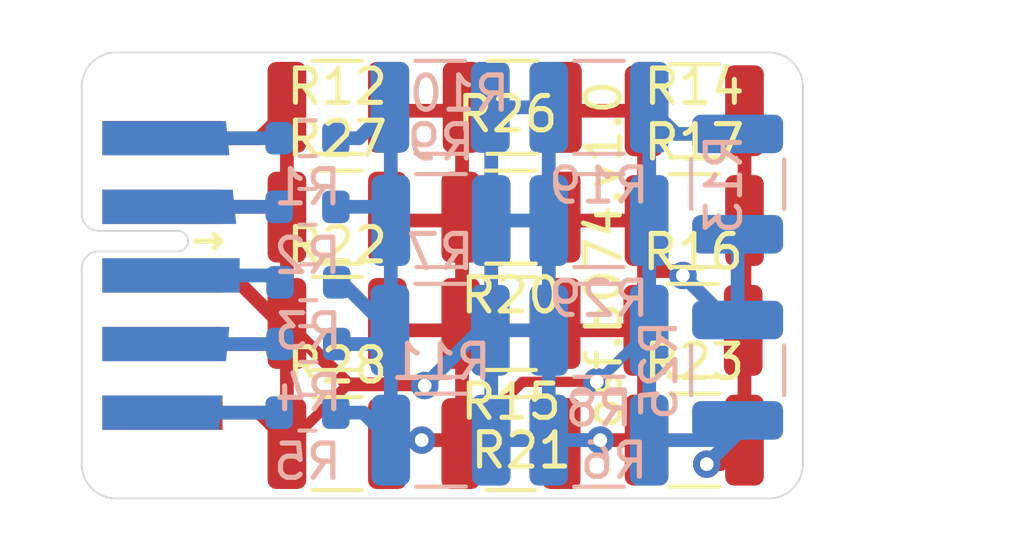
<source format=kicad_pcb>
(kicad_pcb (version 20211014) (generator pcbnew)
  (layers (0 "F.Cu" signal) (31 "B.Cu" signal) (34 "B.Paste" user) (35 "F.Paste" user) (36 "B.SilkS" user "B.Silkscreen") (37 "F.SilkS" user "F.Silkscreen") (38 "B.Mask" user) (39 "F.Mask" user) (44 "Edge.Cuts" user))
  (net 0 "")
  (net 1 "Net-(R1-Pad2)")
  (net 2 "GND")
  (net 3 "Net-(J1-Pad10)")
  (net 4 "Net-(J1-Pad6)")
  (net 5 "Net-(J1-Pad8)")
  (net 6 "Net-(J1-Pad9)")
  (net 7 "Net-(J1-Pad7)")
  (footprint "Resistor_SMD:R_1210_3225Metric" (layer "F.Cu") (at 158.3375 94.2)
    (fp_text reference "R14" (at 0 -0.7) (layer "F.SilkS"))
    (fp_text value "d.n.p")
    (fp_line (start -0.723737 1.355) (end 0.723737 1.355) (layer "F.SilkS") (width 0.12))
    (fp_line (start -0.723737 -1.355) (end 0.723737 -1.355) (layer "F.SilkS") (width 0.12))
    (pad "1" smd roundrect (at -1.4625 0) (size 1.125 2.65) (layers "F.Cu" "F.Paste" "F.Mask") (roundrect_rratio 0.222222) (net 2 "GND"))
    (pad "2" smd roundrect (at 1.4625 0) (size 1.125 2.65) (layers "F.Cu" "F.Paste" "F.Mask") (roundrect_rratio 0.222222) (net 1 "Net-(R1-Pad2)"))
  )
  (footprint "Resistor_SMD:R_1210_3225Metric" (layer "F.Cu") (at 147.9375 97.3)
    (fp_text reference "R27" (at 0 -2.28) (layer "F.SilkS"))
    (fp_text value "d.n.p")
    (fp_line (start -0.723737 -1.355) (end 0.723737 -1.355) (layer "F.SilkS") (width 0.12))
    (fp_line (start -0.723737 1.355) (end 0.723737 1.355) (layer "F.SilkS") (width 0.12))
    (pad "1" smd roundrect (at -1.4625 0) (size 1.125 2.65) (layers "F.Cu" "F.Paste" "F.Mask") (roundrect_rratio 0.222222) (net 2 "GND"))
    (pad "2" smd roundrect (at 1.4625 0) (size 1.125 2.65) (layers "F.Cu" "F.Paste" "F.Mask") (roundrect_rratio 0.222222) (net 1 "Net-(R1-Pad2)"))
  )
  (footprint "on_edge:on_edge_2x05_device" (layer "F.Cu") (at 140.5 99 -90)
    (fp_text reference "J1")
    (fp_text value "003_power")
    (fp_line (start -1 -4.05) (end -0.8 -3.85) (layer "F.SilkS") (width 0.153))
    (fp_line (start -1.2 -3.85) (end -1 -4.05) (layer "F.SilkS") (width 0.153))
    (fp_line (start -1 -4.05) (end -1 -3.323) (layer "F.SilkS") (width 0.153))
    (fp_line (start -1.3 -2.8) (end -1.3 -0.5) (layer "Edge.Cuts") (width 0.05))
    (fp_line (start -4 0) (end -1.8 0) (layer "Edge.Cuts") (width 0.05))
    (fp_line (start -0.2 0) (end 4 0) (layer "Edge.Cuts") (width 0.05))
    (fp_line (start -0.7 -0.5) (end -0.7 -2.8) (layer "Edge.Cuts") (width 0.05))
    (fp_arc (start -0.2 0) (mid -0.553553 -0.146447) (end -0.7 -0.5) (layer "Edge.Cuts") (width 0.05))
    (fp_arc (start -1.3 -0.5) (mid -1.446447 -0.146447) (end -1.8 0) (layer "Edge.Cuts") (width 0.05))
    (fp_arc (start -1.3 -2.8) (mid -1 -3.1) (end -0.7 -2.8) (layer "Edge.Cuts") (width 0.05))
    (pad "1" smd rect (at -4 -2.35 90) (size 1 3.5) (layers "F.Cu" "F.Mask") (net 2 "GND"))
    (pad "2" smd rect (at -2 -2.35 270) (size 1 3.5) (layers "F.Cu" "F.Mask") (net 2 "GND"))
    (pad "3" smd rect (at 0 -2.35 270) (size 1 3.5) (layers "F.Cu" "F.Mask") (net 2 "GND"))
    (pad "4" smd rect (at 2 -2.35 90) (size 1 3.5) (layers "F.Cu" "F.Mask") (net 2 "GND"))
    (pad "5" smd rect (at 4 -2.35 90) (size 1 3.5) (layers "F.Cu" "F.Mask") (net 2 "GND"))
    (pad "6" smd custom (at -4 -2.4 270) (size 1 3.6) (layers "B.Cu" "B.Mask") (net 4 "Net-(J1-Pad6)") (options (clearance outline) (anchor rect)) (primitives (gr_poly (pts (xy 0.5 -1.8) (xy 0.5 -1.9) (xy -0.5 -1.8)) (width 0) (fill yes))))
    (pad "7" smd custom (at -2 -2.1 270) (size 1 3) (layers "B.Cu" "B.Mask") (net 7 "Net-(J1-Pad7)") (options (clearance outline) (anchor rect)) (primitives (gr_poly (pts (xy 0.3 -0.51) (xy 0.31 -0.62) (xy 0.33 -0.7) (xy 0.35 -0.76) (xy 0.37 -0.81) (xy 0.4 -0.86) (xy 0.44 -0.92) (xy 0.48 -0.97) (xy 0.5 -0.99) (xy 0.5 -2.4) (xy -0.5 -2.3) (xy -0.5 1.5) (xy 0.3 1.5)) (width 0) (fill yes))))
    (pad "8" smd rect (at 0 -2.6 270) (size 1 4) (layers "B.Cu" "B.Mask") (net 5 "Net-(J1-Pad8)"))
    (pad "9" smd custom (at 2 -2.4 270) (size 1 3.6) (layers "B.Cu" "B.Mask") (net 6 "Net-(J1-Pad9)") (options (clearance outline) (anchor rect)) (primitives (gr_poly (pts (xy -0.5 -1.8) (xy -0.5 -1.9) (xy 0.5 -1.8)) (width 0) (fill yes))))
    (pad "10" smd custom (at 4 -2.3 270) (size 1 3.4) (layers "B.Cu" "B.Mask") (net 3 "Net-(J1-Pad10)") (options (clearance outline) (anchor rect)) (primitives (gr_poly (pts (xy -0.5 -1.7) (xy -0.5 -1.8) (xy 0.5 -1.7)) (width 0) (fill yes))))
  )
  (footprint "Resistor_SMD:R_1210_3225Metric" (layer "F.Cu") (at 158.3 100.6)
    (fp_text reference "R16" (at 0 -2.28) (layer "F.SilkS"))
    (fp_text value "d.n.p")
    (fp_line (start -0.723737 1.355) (end 0.723737 1.355) (layer "F.SilkS") (width 0.12))
    (fp_line (start -0.723737 -1.355) (end 0.723737 -1.355) (layer "F.SilkS") (width 0.12))
    (pad "1" smd roundrect (at -1.4625 0) (size 1.125 2.65) (layers "F.Cu" "F.Paste" "F.Mask") (roundrect_rratio 0.222222) (net 2 "GND"))
    (pad "2" smd roundrect (at 1.4625 0) (size 1.125 2.65) (layers "F.Cu" "F.Paste" "F.Mask") (roundrect_rratio 0.222222) (net 1 "Net-(R1-Pad2)"))
  )
  (footprint "Resistor_SMD:R_1210_3225Metric" (layer "F.Cu") (at 153.0375 94.1 180)
    (fp_text reference "R26" (at 0.1375 -0.2) (layer "F.SilkS"))
    (fp_text value "d.n.p")
    (fp_line (start -0.723737 -1.355) (end 0.723737 -1.355) (layer "F.SilkS") (width 0.12))
    (fp_line (start -0.723737 1.355) (end 0.723737 1.355) (layer "F.SilkS") (width 0.12))
    (pad "1" smd roundrect (at -1.4625 0 180) (size 1.125 2.65) (layers "F.Cu" "F.Paste" "F.Mask") (roundrect_rratio 0.222222) (net 2 "GND"))
    (pad "2" smd roundrect (at 1.4625 0 180) (size 1.125 2.65) (layers "F.Cu" "F.Paste" "F.Mask") (roundrect_rratio 0.222222) (net 1 "Net-(R1-Pad2)"))
  )
  (footprint "Resistor_SMD:R_1210_3225Metric" (layer "F.Cu") (at 153 97.3 180)
    (fp_text reference "R20" (at 0 -2.28) (layer "F.SilkS"))
    (fp_text value "d.n.p")
    (fp_line (start -0.723737 1.355) (end 0.723737 1.355) (layer "F.SilkS") (width 0.12))
    (fp_line (start -0.723737 -1.355) (end 0.723737 -1.355) (layer "F.SilkS") (width 0.12))
    (pad "1" smd roundrect (at -1.4625 0 180) (size 1.125 2.65) (layers "F.Cu" "F.Paste" "F.Mask") (roundrect_rratio 0.222222) (net 2 "GND"))
    (pad "2" smd roundrect (at 1.4625 0 180) (size 1.125 2.65) (layers "F.Cu" "F.Paste" "F.Mask") (roundrect_rratio 0.222222) (net 1 "Net-(R1-Pad2)"))
  )
  (footprint "Resistor_SMD:R_1210_3225Metric" (layer "F.Cu") (at 147.9375 94.1)
    (fp_text reference "R12" (at 0 -0.6) (layer "F.SilkS"))
    (fp_text value "d.n.p")
    (fp_line (start -0.723737 -1.355) (end 0.723737 -1.355) (layer "F.SilkS") (width 0.12))
    (fp_line (start -0.723737 1.355) (end 0.723737 1.355) (layer "F.SilkS") (width 0.12))
    (pad "1" smd roundrect (at -1.4625 0) (size 1.125 2.65) (layers "F.Cu" "F.Paste" "F.Mask") (roundrect_rratio 0.222222) (net 2 "GND"))
    (pad "2" smd roundrect (at 1.4625 0) (size 1.125 2.65) (layers "F.Cu" "F.Paste" "F.Mask") (roundrect_rratio 0.222222) (net 1 "Net-(R1-Pad2)"))
  )
  (footprint "Resistor_SMD:R_1210_3225Metric" (layer "F.Cu") (at 153 100.4 180)
    (fp_text reference "R15" (at 0 -2.28) (layer "F.SilkS"))
    (fp_text value "d.n.p")
    (fp_line (start -0.723737 -1.355) (end 0.723737 -1.355) (layer "F.SilkS") (width 0.12))
    (fp_line (start -0.723737 1.355) (end 0.723737 1.355) (layer "F.SilkS") (width 0.12))
    (pad "1" smd roundrect (at -1.4625 0 180) (size 1.125 2.65) (layers "F.Cu" "F.Paste" "F.Mask") (roundrect_rratio 0.222222) (net 2 "GND"))
    (pad "2" smd roundrect (at 1.4625 0 180) (size 1.125 2.65) (layers "F.Cu" "F.Paste" "F.Mask") (roundrect_rratio 0.222222) (net 1 "Net-(R1-Pad2)"))
  )
  (footprint "Resistor_SMD:R_1210_3225Metric" (layer "F.Cu") (at 158.3375 103.8)
    (fp_text reference "R23" (at 0 -2.28) (layer "F.SilkS"))
    (fp_text value "d.n.p")
    (fp_line (start -0.723737 1.355) (end 0.723737 1.355) (layer "F.SilkS") (width 0.12))
    (fp_line (start -0.723737 -1.355) (end 0.723737 -1.355) (layer "F.SilkS") (width 0.12))
    (pad "1" smd roundrect (at -1.4625 0) (size 1.125 2.65) (layers "F.Cu" "F.Paste" "F.Mask") (roundrect_rratio 0.222222) (net 2 "GND"))
    (pad "2" smd roundrect (at 1.4625 0) (size 1.125 2.65) (layers "F.Cu" "F.Paste" "F.Mask") (roundrect_rratio 0.222222) (net 1 "Net-(R1-Pad2)"))
  )
  (footprint "Resistor_SMD:R_1210_3225Metric" (layer "F.Cu") (at 147.9375 103.9)
    (fp_text reference "R28" (at 0 -2.28) (layer "F.SilkS"))
    (fp_text value "d.n.p")
    (fp_line (start -0.723737 1.355) (end 0.723737 1.355) (layer "F.SilkS") (width 0.12))
    (fp_line (start -0.723737 -1.355) (end 0.723737 -1.355) (layer "F.SilkS") (width 0.12))
    (pad "1" smd roundrect (at -1.4625 0) (size 1.125 2.65) (layers "F.Cu" "F.Paste" "F.Mask") (roundrect_rratio 0.222222) (net 2 "GND"))
    (pad "2" smd roundrect (at 1.4625 0) (size 1.125 2.65) (layers "F.Cu" "F.Paste" "F.Mask") (roundrect_rratio 0.222222) (net 1 "Net-(R1-Pad2)"))
  )
  (footprint "Resistor_SMD:R_1210_3225Metric" (layer "F.Cu") (at 147.9375 100.4)
    (fp_text reference "R22" (at 0 -2.28) (layer "F.SilkS"))
    (fp_text value "d.n.p")
    (fp_line (start -0.723737 1.355) (end 0.723737 1.355) (layer "F.SilkS") (width 0.12))
    (fp_line (start -0.723737 -1.355) (end 0.723737 -1.355) (layer "F.SilkS") (width 0.12))
    (pad "1" smd roundrect (at -1.4625 0) (size 1.125 2.65) (layers "F.Cu" "F.Paste" "F.Mask") (roundrect_rratio 0.222222) (net 2 "GND"))
    (pad "2" smd roundrect (at 1.4625 0) (size 1.125 2.65) (layers "F.Cu" "F.Paste" "F.Mask") (roundrect_rratio 0.222222) (net 1 "Net-(R1-Pad2)"))
  )
  (footprint "Resistor_SMD:R_1210_3225Metric" (layer "F.Cu") (at 158.3375 97.4)
    (fp_text reference "R17" (at 0 -2.28) (layer "F.SilkS"))
    (fp_text value "d.n.p")
    (fp_line (start -0.723737 1.355) (end 0.723737 1.355) (layer "F.SilkS") (width 0.12))
    (fp_line (start -0.723737 -1.355) (end 0.723737 -1.355) (layer "F.SilkS") (width 0.12))
    (pad "1" smd roundrect (at -1.4625 0) (size 1.125 2.65) (layers "F.Cu" "F.Paste" "F.Mask") (roundrect_rratio 0.222222) (net 2 "GND"))
    (pad "2" smd roundrect (at 1.4625 0) (size 1.125 2.65) (layers "F.Cu" "F.Paste" "F.Mask") (roundrect_rratio 0.222222) (net 1 "Net-(R1-Pad2)"))
  )
  (footprint "Resistor_SMD:R_1210_3225Metric" (layer "F.Cu") (at 153 103.9 180)
    (fp_text reference "R21" (at -0.3 -0.2) (layer "F.SilkS"))
    (fp_text value "d.n.p")
    (fp_line (start -0.723737 1.355) (end 0.723737 1.355) (layer "F.SilkS") (width 0.12))
    (fp_line (start -0.723737 -1.355) (end 0.723737 -1.355) (layer "F.SilkS") (width 0.12))
    (pad "1" smd roundrect (at -1.4625 0 180) (size 1.125 2.65) (layers "F.Cu" "F.Paste" "F.Mask") (roundrect_rratio 0.222222) (net 2 "GND"))
    (pad "2" smd roundrect (at 1.4625 0 180) (size 1.125 2.65) (layers "F.Cu" "F.Paste" "F.Mask") (roundrect_rratio 0.222222) (net 1 "Net-(R1-Pad2)"))
  )
  (footprint "Resistor_SMD:R_0603_1608Metric" (layer "B.Cu") (at 147.075 97)
    (fp_text reference "R2" (at 0 1.43) (layer "B.SilkS") (effects (justify mirror)))
    (fp_text value "d.n.p")
    (fp_line (start -0.237258 -0.5225) (end 0.237258 -0.5225) (layer "B.SilkS") (width 0.12))
    (fp_line (start -0.237258 0.5225) (end 0.237258 0.5225) (layer "B.SilkS") (width 0.12))
    (pad "1" smd roundrect (at -0.825 0) (size 0.8 0.95) (layers "B.Cu" "B.Paste" "B.Mask") (net 7 "Net-(J1-Pad7)"))
    (pad "2" smd roundrect (at 0.825 0) (size 0.8 0.95) (layers "B.Cu" "B.Paste" "B.Mask") (net 1 "Net-(R1-Pad2)"))
  )
  (footprint "Resistor_SMD:R_0603_1608Metric" (layer "B.Cu") (at 147.075 103)
    (fp_text reference "R5" (at 0 1.43) (layer "B.SilkS") (effects (justify mirror)))
    (fp_text value "d.n.p")
    (fp_line (start -0.237258 0.5225) (end 0.237258 0.5225) (layer "B.SilkS") (width 0.12))
    (fp_line (start -0.237258 -0.5225) (end 0.237258 -0.5225) (layer "B.SilkS") (width 0.12))
    (pad "1" smd roundrect (at -0.825 0) (size 0.8 0.95) (layers "B.Cu" "B.Paste" "B.Mask") (net 3 "Net-(J1-Pad10)"))
    (pad "2" smd roundrect (at 0.825 0) (size 0.8 0.95) (layers "B.Cu" "B.Paste" "B.Mask") (net 1 "Net-(R1-Pad2)"))
  )
  (footprint "Resistor_SMD:R_1210_3225Metric" (layer "B.Cu") (at 155.5625 94.1)
    (fp_text reference "R19" (at 0 2.28) (layer "B.SilkS") (effects (justify mirror)))
    (fp_text value "d.n.p")
    (fp_line (start -0.723737 -1.355) (end 0.723737 -1.355) (layer "B.SilkS") (width 0.12))
    (fp_line (start -0.723737 1.355) (end 0.723737 1.355) (layer "B.SilkS") (width 0.12))
    (pad "1" smd roundrect (at -1.4625 0) (size 1.125 2.65) (layers "B.Cu" "B.Paste" "B.Mask") (roundrect_rratio 0.222222) (net 2 "GND"))
    (pad "2" smd roundrect (at 1.4625 0) (size 1.125 2.65) (layers "B.Cu" "B.Paste" "B.Mask") (roundrect_rratio 0.222222) (net 1 "Net-(R1-Pad2)"))
  )
  (footprint "Resistor_SMD:R_1210_3225Metric" (layer "B.Cu") (at 155.5625 100.6)
    (fp_text reference "R8" (at 0 2.28) (layer "B.SilkS") (effects (justify mirror)))
    (fp_text value "d.n.p")
    (fp_line (start -0.723737 1.355) (end 0.723737 1.355) (layer "B.SilkS") (width 0.12))
    (fp_line (start -0.723737 -1.355) (end 0.723737 -1.355) (layer "B.SilkS") (width 0.12))
    (pad "1" smd roundrect (at -1.4625 0) (size 1.125 2.65) (layers "B.Cu" "B.Paste" "B.Mask") (roundrect_rratio 0.222222) (net 2 "GND"))
    (pad "2" smd roundrect (at 1.4625 0) (size 1.125 2.65) (layers "B.Cu" "B.Paste" "B.Mask") (roundrect_rratio 0.222222) (net 1 "Net-(R1-Pad2)"))
  )
  (footprint "Resistor_SMD:R_0603_1608Metric" (layer "B.Cu") (at 147.075 95)
    (fp_text reference "R1" (at 0 1.43) (layer "B.SilkS") (effects (justify mirror)))
    (fp_text value "d.n.p")
    (fp_line (start -0.237258 0.5225) (end 0.237258 0.5225) (layer "B.SilkS") (width 0.12))
    (fp_line (start -0.237258 -0.5225) (end 0.237258 -0.5225) (layer "B.SilkS") (width 0.12))
    (pad "1" smd roundrect (at -0.825 0) (size 0.8 0.95) (layers "B.Cu" "B.Paste" "B.Mask") (net 4 "Net-(J1-Pad6)"))
    (pad "2" smd roundrect (at 0.825 0) (size 0.8 0.95) (layers "B.Cu" "B.Paste" "B.Mask") (net 1 "Net-(R1-Pad2)"))
  )
  (footprint "Resistor_SMD:R_1210_3225Metric" (layer "B.Cu") (at 150.9375 94.1 180)
    (fp_text reference "R10" (at -0.5625 0.4) (layer "B.SilkS") (effects (justify mirror)))
    (fp_text value "d.n.p")
    (fp_line (start -0.723737 -1.355) (end 0.723737 -1.355) (layer "B.SilkS") (width 0.12))
    (fp_line (start -0.723737 1.355) (end 0.723737 1.355) (layer "B.SilkS") (width 0.12))
    (pad "1" smd roundrect (at -1.4625 0 180) (size 1.125 2.65) (layers "B.Cu" "B.Paste" "B.Mask") (roundrect_rratio 0.222222) (net 2 "GND"))
    (pad "2" smd roundrect (at 1.4625 0 180) (size 1.125 2.65) (layers "B.Cu" "B.Paste" "B.Mask") (roundrect_rratio 0.222222) (net 1 "Net-(R1-Pad2)"))
  )
  (footprint "Resistor_SMD:R_1210_3225Metric" (layer "B.Cu") (at 150.9375 100.6 180)
    (fp_text reference "R7" (at 0 2.28) (layer "B.SilkS") (effects (justify mirror)))
    (fp_text value "d.n.p")
    (fp_line (start -0.723737 -1.355) (end 0.723737 -1.355) (layer "B.SilkS") (width 0.12))
    (fp_line (start -0.723737 1.355) (end 0.723737 1.355) (layer "B.SilkS") (width 0.12))
    (pad "1" smd roundrect (at -1.4625 0 180) (size 1.125 2.65) (layers "B.Cu" "B.Paste" "B.Mask") (roundrect_rratio 0.222222) (net 2 "GND"))
    (pad "2" smd roundrect (at 1.4625 0 180) (size 1.125 2.65) (layers "B.Cu" "B.Paste" "B.Mask") (roundrect_rratio 0.222222) (net 1 "Net-(R1-Pad2)"))
  )
  (footprint "Resistor_SMD:R_1210_3225Metric" (layer "B.Cu") (at 155.5625 103.8)
    (fp_text reference "R6" (at 0.4375 0.6) (layer "B.SilkS") (effects (justify mirror)))
    (fp_text value "d.n.p")
    (fp_line (start -0.723737 -1.355) (end 0.723737 -1.355) (layer "B.SilkS") (width 0.12))
    (fp_line (start -0.723737 1.355) (end 0.723737 1.355) (layer "B.SilkS") (width 0.12))
    (pad "1" smd roundrect (at -1.4625 0) (size 1.125 2.65) (layers "B.Cu" "B.Paste" "B.Mask") (roundrect_rratio 0.222222) (net 2 "GND"))
    (pad "2" smd roundrect (at 1.4625 0) (size 1.125 2.65) (layers "B.Cu" "B.Paste" "B.Mask") (roundrect_rratio 0.222222) (net 1 "Net-(R1-Pad2)"))
  )
  (footprint "Resistor_SMD:R_1210_3225Metric" (layer "B.Cu") (at 155.5625 97.4)
    (fp_text reference "R29" (at 0 2.28) (layer "B.SilkS") (effects (justify mirror)))
    (fp_text value "d.n.p")
    (fp_line (start -0.723737 -1.355) (end 0.723737 -1.355) (layer "B.SilkS") (width 0.12))
    (fp_line (start -0.723737 1.355) (end 0.723737 1.355) (layer "B.SilkS") (width 0.12))
    (pad "1" smd roundrect (at -1.4625 0) (size 1.125 2.65) (layers "B.Cu" "B.Paste" "B.Mask") (roundrect_rratio 0.222222) (net 2 "GND"))
    (pad "2" smd roundrect (at 1.4625 0) (size 1.125 2.65) (layers "B.Cu" "B.Paste" "B.Mask") (roundrect_rratio 0.222222) (net 1 "Net-(R1-Pad2)"))
  )
  (footprint "Resistor_SMD:R_1210_3225Metric" (layer "B.Cu") (at 159.6 101.7625 -90)
    (fp_text reference "R25" (at 0 2.28 90) (layer "B.SilkS") (effects (justify mirror)))
    (fp_text value "d.n.p")
    (fp_line (start -0.723737 -1.355) (end 0.723737 -1.355) (layer "B.SilkS") (width 0.12))
    (fp_line (start -0.723737 1.355) (end 0.723737 1.355) (layer "B.SilkS") (width 0.12))
    (pad "1" smd roundrect (at -1.4625 0 270) (size 1.125 2.65) (layers "B.Cu" "B.Paste" "B.Mask") (roundrect_rratio 0.222222) (net 2 "GND"))
    (pad "2" smd roundrect (at 1.4625 0 270) (size 1.125 2.65) (layers "B.Cu" "B.Paste" "B.Mask") (roundrect_rratio 0.222222) (net 1 "Net-(R1-Pad2)"))
  )
  (footprint "Resistor_SMD:R_1210_3225Metric" (layer "B.Cu") (at 159.6 96.3375 90)
    (fp_text reference "R13" (at 0 -0.4 90) (layer "B.SilkS") (effects (justify mirror)))
    (fp_text value "d.n.p")
    (fp_line (start -0.723737 1.355) (end 0.723737 1.355) (layer "B.SilkS") (width 0.12))
    (fp_line (start -0.723737 -1.355) (end 0.723737 -1.355) (layer "B.SilkS") (width 0.12))
    (pad "1" smd roundrect (at -1.4625 0 90) (size 1.125 2.65) (layers "B.Cu" "B.Paste" "B.Mask") (roundrect_rratio 0.222222) (net 2 "GND"))
    (pad "2" smd roundrect (at 1.4625 0 90) (size 1.125 2.65) (layers "B.Cu" "B.Paste" "B.Mask") (roundrect_rratio 0.222222) (net 1 "Net-(R1-Pad2)"))
  )
  (footprint "Resistor_SMD:R_1210_3225Metric" (layer "B.Cu") (at 150.9625 103.8 180)
    (fp_text reference "R11" (at 0 2.28) (layer "B.SilkS") (effects (justify mirror)))
    (fp_text value "d.n.p")
    (fp_line (start -0.723737 -1.355) (end 0.723737 -1.355) (layer "B.SilkS") (width 0.12))
    (fp_line (start -0.723737 1.355) (end 0.723737 1.355) (layer "B.SilkS") (width 0.12))
    (pad "1" smd roundrect (at -1.4625 0 180) (size 1.125 2.65) (layers "B.Cu" "B.Paste" "B.Mask") (roundrect_rratio 0.222222) (net 2 "GND"))
    (pad "2" smd roundrect (at 1.4625 0 180) (size 1.125 2.65) (layers "B.Cu" "B.Paste" "B.Mask") (roundrect_rratio 0.222222) (net 1 "Net-(R1-Pad2)"))
  )
  (footprint "Resistor_SMD:R_0603_1608Metric" (layer "B.Cu") (at 147.1 99.2)
    (fp_text reference "R3" (at 0 1.43) (layer "B.SilkS") (effects (justify mirror)))
    (fp_text value "d.n.p")
    (fp_line (start -0.237258 -0.5225) (end 0.237258 -0.5225) (layer "B.SilkS") (width 0.12))
    (fp_line (start -0.237258 0.5225) (end 0.237258 0.5225) (layer "B.SilkS") (width 0.12))
    (pad "1" smd roundrect (at -0.825 0) (size 0.8 0.95) (layers "B.Cu" "B.Paste" "B.Mask") (net 5 "Net-(J1-Pad8)"))
    (pad "2" smd roundrect (at 0.825 0) (size 0.8 0.95) (layers "B.Cu" "B.Paste" "B.Mask") (net 1 "Net-(R1-Pad2)"))
  )
  (footprint "Resistor_SMD:R_1210_3225Metric" (layer "B.Cu") (at 150.9625 97.4 180)
    (fp_text reference "R9" (at 0 2.28) (layer "B.SilkS") (effects (justify mirror)))
    (fp_text value "d.n.p")
    (fp_line (start -0.723737 -1.355) (end 0.723737 -1.355) (layer "B.SilkS") (width 0.12))
    (fp_line (start -0.723737 1.355) (end 0.723737 1.355) (layer "B.SilkS") (width 0.12))
    (pad "1" smd roundrect (at -1.4625 0 180) (size 1.125 2.65) (layers "B.Cu" "B.Paste" "B.Mask") (roundrect_rratio 0.222222) (net 2 "GND"))
    (pad "2" smd roundrect (at 1.4625 0 180) (size 1.125 2.65) (layers "B.Cu" "B.Paste" "B.Mask") (roundrect_rratio 0.222222) (net 1 "Net-(R1-Pad2)"))
  )
  (footprint "Resistor_SMD:R_0603_1608Metric" (layer "B.Cu") (at 147.1 101)
    (fp_text reference "R4" (at 0 1.43) (layer "B.SilkS") (effects (justify mirror)))
    (fp_text value "d.n.p")
    (fp_line (start -0.237258 -0.5225) (end 0.237258 -0.5225) (layer "B.SilkS") (width 0.12))
    (fp_line (start -0.237258 0.5225) (end 0.237258 0.5225) (layer "B.SilkS") (width 0.12))
    (pad "1" smd roundrect (at -0.825 0) (size 0.8 0.95) (layers "B.Cu" "B.Paste" "B.Mask") (net 6 "Net-(J1-Pad9)"))
    (pad "2" smd roundrect (at 0.825 0) (size 0.8 0.95) (layers "B.Cu" "B.Paste" "B.Mask") (net 1 "Net-(R1-Pad2)"))
  )
  (gr_arc (start 140.5 93.5) (mid 140.792893 92.792893) (end 141.5 92.5) (layer "Edge.Cuts") (width 0.05))
  (gr_arc (start 161.5 104.5) (mid 161.207107 105.207107) (end 160.5 105.5) (layer "Edge.Cuts") (width 0.05))
  (gr_line (start 161.5 104.5) (end 161.5 95) (layer "Edge.Cuts") (width 0.05))
  (gr_line (start 160.5 92.5) (end 141.5 92.5) (layer "Edge.Cuts") (width 0.05))
  (gr_line (start 161.5 95) (end 161.5 93.5) (layer "Edge.Cuts") (width 0.05))
  (gr_line (start 141.5 105.5) (end 160.5 105.5) (layer "Edge.Cuts") (width 0.05))
  (gr_arc (start 141.5 105.5) (mid 140.792893 105.207107) (end 140.5 104.5) (layer "Edge.Cuts") (width 0.05))
  (gr_line (start 140.5 104.5) (end 140.5 103) (layer "Edge.Cuts") (width 0.05))
  (gr_line (start 140.5 95) (end 140.5 93.5) (layer "Edge.Cuts") (width 0.05))
  (gr_arc (start 160.5 92.5) (mid 161.207107 92.792893) (end 161.5 93.5) (layer "Edge.Cuts") (width 0.05))
  (gr_text "osf.b074.v1.0" (at 155.7 98.4 90) (layer "F.SilkS") (effects (font (size 1 1))))
  (segment (start 149.4 100.6) (end 151.5375 100.6) (width 0.4) (layer "F.Cu") (net 1))
  (segment (start 153.3375 102.1) (end 155.5 102.1) (width 0.3) (layer "F.Cu") (net 1))
  (segment (start 149.4 97.4) (end 151.5375 97.4) (width 0.4) (layer "F.Cu") (net 1))
  (segment (start 159.1 104.5) (end 159.8 103.8) (width 0.4) (layer "F.Cu") (net 1))
  (segment (start 158.7 104.5) (end 159.1 104.5) (width 0.4) (layer "F.Cu") (net 1))
  (segment (start 149.4 94.2) (end 151.575 94.2) (width 0.4) (layer "F.Cu") (net 1))
  (segment (start 149.4 103.8) (end 150.4 103.8) (width 0.4) (layer "F.Cu") (net 1))
  (segment (start 151.575 103.7) (end 151.475 103.8) (width 0.4) (layer "F.Cu") (net 1))
  (segment (start 151.5375 103.9) (end 153.3375 102.1) (width 0.3) (layer "F.Cu") (net 1))
  (segment (start 159.8 94.2) (end 159.8 103.8) (width 0.4) (layer "F.Cu") (net 1))
  (segment (start 151.575 94.2) (end 151.575 103.7) (width 0.4) (layer "F.Cu") (net 1))
  (segment (start 150.4 103.8) (end 151.475 103.8) (width 0.4) (layer "F.Cu") (net 1))
  (via (at 150.4 103.8) (size 0.8) (drill 0.4) (layers "F.Cu" "B.Cu") (net 1))
  (via (at 155.5 102.1) (size 0.8) (drill 0.4) (layers "F.Cu" "B.Cu") (net 1))
  (via (at 158.7 104.5) (size 0.8) (drill 0.4) (layers "F.Cu" "B.Cu") (net 1))
  (segment (start 147.9 95) (end 148.575 95) (width 0.4) (layer "B.Cu") (net 1))
  (segment (start 157.025 103.8) (end 159.025 103.8) (width 0.4) (layer "B.Cu") (net 1))
  (segment (start 149.5 103.8) (end 150.4 103.8) (width 0.4) (layer "B.Cu") (net 1))
  (segment (start 159.6 94.875) (end 157.8 94.875) (width 0.4) (layer "B.Cu") (net 1))
  (segment (start 149.075 101) (end 149.475 100.6) (width 0.4) (layer "B.Cu") (net 1))
  (segment (start 157.025 94.1) (end 157.025 97.4) (width 0.4) (layer "B.Cu") (net 1))
  (segment (start 157.025 100.6) (end 157.025 103.8) (width 0.4) (layer "B.Cu") (net 1))
  (segment (start 159.6 103.225) (end 159.6 103.6) (width 0.4) (layer "B.Cu") (net 1))
  (segment (start 148.575 95) (end 149.475 94.1) (width 0.4) (layer "B.Cu") (net 1))
  (segment (start 149.1 97) (end 149.5 97.4) (width 0.4) (layer "B.Cu") (net 1))
  (segment (start 157.025 97.4) (end 157.025 100.6) (width 0.4) (layer "B.Cu") (net 1))
  (segment (start 148.075 99.2) (end 149.475 100.6) (width 0.4) (layer "B.Cu") (net 1))
  (segment (start 147.9 103) (end 148.7 103) (width 0.4) (layer "B.Cu") (net 1))
  (segment (start 155.525 102.1) (end 157.025 100.6) (width 0.3) (layer "B.Cu") (net 1))
  (segment (start 148.7 103) (end 149.5 103.8) (width 0.4) (layer "B.Cu") (net 1))
  (segment (start 149.5 94.125) (end 149.475 94.1) (width 0.4) (layer "B.Cu") (net 1))
  (segment (start 155.5 102.1) (end 155.525 102.1) (width 0.3) (layer "B.Cu") (net 1))
  (segment (start 159.025 103.8) (end 159.6 103.225) (width 0.4) (layer "B.Cu") (net 1))
  (segment (start 157.8 94.875) (end 157.025 94.1) (width 0.4) (layer "B.Cu") (net 1))
  (segment (start 147.925 101) (end 149.075 101) (width 0.4) (layer "B.Cu") (net 1))
  (segment (start 147.9 97) (end 149.1 97) (width 0.4) (layer "B.Cu") (net 1))
  (segment (start 149.5 103.8) (end 149.5 94.125) (width 0.4) (layer "B.Cu") (net 1))
  (segment (start 147.925 99.2) (end 148.075 99.2) (width 0.4) (layer "B.Cu") (net 1))
  (segment (start 159.6 103.6) (end 158.7 104.5) (width 0.4) (layer "B.Cu") (net 1))
  (segment (start 146.525 103.9) (end 148.25 102.175) (width 0.3) (layer "F.Cu") (net 2))
  (segment (start 142.85 99) (end 144.875 99) (width 0.4) (layer "F.Cu") (net 2))
  (segment (start 146.475 94.2) (end 146.475 103.8) (width 0.4) (layer "F.Cu") (net 2))
  (segment (start 150.453277 102.175) (end 148.25 102.175) (width 0.4) (layer "F.Cu") (net 2))
  (segment (start 150.4875 102.209223) (end 150.453277 102.175) (width 0.4) (layer "F.Cu") (net 2))
  (segment (start 154.4 103.8) (end 155.6 103.8) (width 0.4) (layer "F.Cu") (net 2))
  (segment (start 157.88022 98.875) (end 156.875 98.875) (width 0.4) (layer "F.Cu") (net 2))
  (segment (start 154.4625 100.6) (end 156.8375 100.6) (width 0.4) (layer "F.Cu") (net 2))
  (segment (start 156.875 98.875) (end 156.875 103.8) (width 0.4) (layer "F.Cu") (net 2))
  (segment (start 145.675 95) (end 146.475 94.2) (width 0.4) (layer "F.Cu") (net 2))
  (segment (start 146.075 97) (end 146.475 97.4) (width 0.4) (layer "F.Cu") (net 2))
  (segment (start 142.85 103) (end 145.675 103) (width 0.4) (layer "F.Cu") (net 2))
  (segment (start 156.875 94.2) (end 156.875 98.875) (width 0.4) (layer "F.Cu") (net 2))
  (segment (start 148.25 102.175) (end 146.475 100.4) (width 0.4) (layer "F.Cu") (net 2))
  (segment (start 158.005835 99.000615) (end 157.88022 98.875) (width 0.4) (layer "F.Cu") (net 2))
  (segment (start 142.85 101) (end 146.075 101) (width 0.4) (layer "F.Cu") (net 2))
  (segment (start 142.85 95) (end 145.675 95) (width 0.4) (layer "F.Cu") (net 2))
  (segment (start 155.6 103.8) (end 156.875 103.8) (width 0.4) (layer "F.Cu") (net 2))
  (segment (start 144.875 99) (end 146.475 100.6) (width 0.4) (layer "F.Cu") (net 2))
  (segment (start 154.5 94.2) (end 156.875 94.2) (width 0.4) (layer "F.Cu") (net 2))
  (segment (start 154.4625 97.4) (end 156.875 97.4) (width 0.4) (layer "F.Cu") (net 2))
  (segment (start 146.475 103.9) (end 146.525 103.9) (width 0.3) (layer "F.Cu") (net 2))
  (segment (start 145.675 103) (end 146.475 103.8) (width 0.4) (layer "F.Cu") (net 2))
  (segment (start 154.5 94.2) (end 154.4 94.3) (width 0.4) (layer "F.Cu") (net 2))
  (segment (start 142.85 97) (end 146.075 97) (width 0.4) (layer "F.Cu") (net 2))
  (segment (start 146.075 101) (end 146.475 100.6) (width 0.4) (layer "F.Cu") (net 2))
  (via (at 155.6 103.8) (size 0.8) (drill 0.4) (layers "F.Cu" "B.Cu") (net 2))
  (via (at 158.005835 99.000615) (size 0.8) (drill 0.4) (layers "F.Cu" "B.Cu") (net 2))
  (via (at 150.4875 102.209223) (size 0.8) (drill 0.4) (layers "F.Cu" "B.Cu") (net 2))
  (segment (start 154.1 103.8) (end 155.6 103.8) (width 0.4) (layer "B.Cu") (net 2))
  (segment (start 152.4 100.6) (end 152.096723 100.6) (width 0.4) (layer "B.Cu") (net 2))
  (segment (start 152.425 103.8) (end 154.1 103.8) (width 0.4) (layer "B.Cu") (net 2))
  (segment (start 152.4 100.6) (end 154.1 100.6) (width 0.4) (layer "B.Cu") (net 2))
  (segment (start 152.425 97.4) (end 154.1 97.4) (width 0.4) (layer "B.Cu") (net 2))
  (segment (start 152.425 94.125) (end 152.425 103.8) (width 0.4) (layer "B.Cu") (net 2))
  (segment (start 159.6 100.3) (end 159.30522 100.3) (width 0.4) (layer "B.Cu") (net 2))
  (segment (start 152.4 94.1) (end 154.1 94.1) (width 0.4) (layer "B.Cu") (net 2))
  (segment (start 154.1 103.8) (end 154.1 94.1) (width 0.4) (layer "B.Cu") (net 2))
  (segment (start 159.6 97.8) (end 159.6 100.3) (width 0.4) (layer "B.Cu") (net 2))
  (segment (start 159.30522 100.3) (end 158.005835 99.000615) (width 0.4) (layer "B.Cu") (net 2))
  (segment (start 152.4 94.1) (end 152.425 94.125) (width 0.4) (layer "B.Cu") (net 2))
  (segment (start 152.096723 100.6) (end 150.4875 102.209223) (width 0.4) (layer "B.Cu") (net 2))
  (segment (start 142.8 103) (end 146.25 103) (width 0.4) (layer "B.Cu") (net 3))
  (segment (start 142.9 95) (end 146.25 95) (width 0.4) (layer "B.Cu") (net 4))
  (segment (start 146.075 99) (end 146.275 99.2) (width 0.4) (layer "B.Cu") (net 5))
  (segment (start 143.1 99) (end 146.075 99) (width 0.4) (layer "B.Cu") (net 5))
  (segment (start 142.9 101) (end 146.275 101) (width 0.4) (layer "B.Cu") (net 6))
  (segment (start 142.6 97) (end 146.25 97) (width 0.4) (layer "B.Cu") (net 7))
)
</source>
